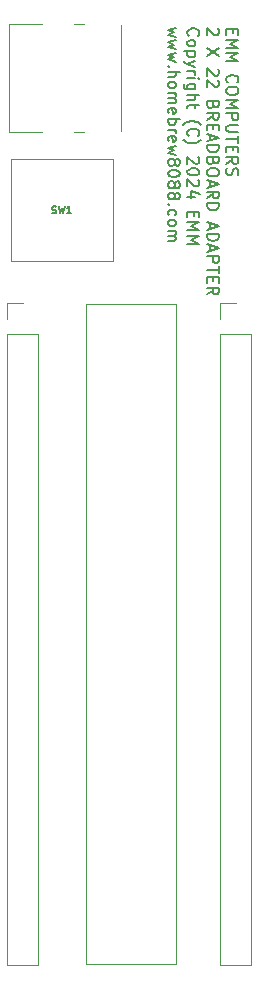
<source format=gbr>
G04 #@! TF.GenerationSoftware,KiCad,Pcbnew,(5.1.8)-1*
G04 #@! TF.CreationDate,2024-04-11T16:50:30-06:00*
G04 #@! TF.ProjectId,Breadboard Adapter,42726561-6462-46f6-9172-642041646170,rev?*
G04 #@! TF.SameCoordinates,Original*
G04 #@! TF.FileFunction,Legend,Top*
G04 #@! TF.FilePolarity,Positive*
%FSLAX46Y46*%
G04 Gerber Fmt 4.6, Leading zero omitted, Abs format (unit mm)*
G04 Created by KiCad (PCBNEW (5.1.8)-1) date 2024-04-11 16:50:30*
%MOMM*%
%LPD*%
G01*
G04 APERTURE LIST*
%ADD10C,0.150000*%
%ADD11C,0.120000*%
G04 APERTURE END LIST*
D10*
X111512428Y-13543595D02*
X111512428Y-13876928D01*
X110988619Y-14019785D02*
X110988619Y-13543595D01*
X111988619Y-13543595D01*
X111988619Y-14019785D01*
X110988619Y-14448357D02*
X111988619Y-14448357D01*
X111274333Y-14781690D01*
X111988619Y-15115023D01*
X110988619Y-15115023D01*
X110988619Y-15591214D02*
X111988619Y-15591214D01*
X111274333Y-15924547D01*
X111988619Y-16257880D01*
X110988619Y-16257880D01*
X111083857Y-18067404D02*
X111036238Y-18019785D01*
X110988619Y-17876928D01*
X110988619Y-17781690D01*
X111036238Y-17638833D01*
X111131476Y-17543595D01*
X111226714Y-17495976D01*
X111417190Y-17448357D01*
X111560047Y-17448357D01*
X111750523Y-17495976D01*
X111845761Y-17543595D01*
X111941000Y-17638833D01*
X111988619Y-17781690D01*
X111988619Y-17876928D01*
X111941000Y-18019785D01*
X111893380Y-18067404D01*
X111988619Y-18686452D02*
X111988619Y-18876928D01*
X111941000Y-18972166D01*
X111845761Y-19067404D01*
X111655285Y-19115023D01*
X111321952Y-19115023D01*
X111131476Y-19067404D01*
X111036238Y-18972166D01*
X110988619Y-18876928D01*
X110988619Y-18686452D01*
X111036238Y-18591214D01*
X111131476Y-18495976D01*
X111321952Y-18448357D01*
X111655285Y-18448357D01*
X111845761Y-18495976D01*
X111941000Y-18591214D01*
X111988619Y-18686452D01*
X110988619Y-19543595D02*
X111988619Y-19543595D01*
X111274333Y-19876928D01*
X111988619Y-20210261D01*
X110988619Y-20210261D01*
X110988619Y-20686452D02*
X111988619Y-20686452D01*
X111988619Y-21067404D01*
X111941000Y-21162642D01*
X111893380Y-21210261D01*
X111798142Y-21257880D01*
X111655285Y-21257880D01*
X111560047Y-21210261D01*
X111512428Y-21162642D01*
X111464809Y-21067404D01*
X111464809Y-20686452D01*
X111988619Y-21686452D02*
X111179095Y-21686452D01*
X111083857Y-21734071D01*
X111036238Y-21781690D01*
X110988619Y-21876928D01*
X110988619Y-22067404D01*
X111036238Y-22162642D01*
X111083857Y-22210261D01*
X111179095Y-22257880D01*
X111988619Y-22257880D01*
X111988619Y-22591214D02*
X111988619Y-23162642D01*
X110988619Y-22876928D02*
X111988619Y-22876928D01*
X111512428Y-23495976D02*
X111512428Y-23829309D01*
X110988619Y-23972166D02*
X110988619Y-23495976D01*
X111988619Y-23495976D01*
X111988619Y-23972166D01*
X110988619Y-24972166D02*
X111464809Y-24638833D01*
X110988619Y-24400738D02*
X111988619Y-24400738D01*
X111988619Y-24781690D01*
X111941000Y-24876928D01*
X111893380Y-24924547D01*
X111798142Y-24972166D01*
X111655285Y-24972166D01*
X111560047Y-24924547D01*
X111512428Y-24876928D01*
X111464809Y-24781690D01*
X111464809Y-24400738D01*
X111036238Y-25353119D02*
X110988619Y-25495976D01*
X110988619Y-25734071D01*
X111036238Y-25829309D01*
X111083857Y-25876928D01*
X111179095Y-25924547D01*
X111274333Y-25924547D01*
X111369571Y-25876928D01*
X111417190Y-25829309D01*
X111464809Y-25734071D01*
X111512428Y-25543595D01*
X111560047Y-25448357D01*
X111607666Y-25400738D01*
X111702904Y-25353119D01*
X111798142Y-25353119D01*
X111893380Y-25400738D01*
X111941000Y-25448357D01*
X111988619Y-25543595D01*
X111988619Y-25781690D01*
X111941000Y-25924547D01*
X110243380Y-13495976D02*
X110291000Y-13543595D01*
X110338619Y-13638833D01*
X110338619Y-13876928D01*
X110291000Y-13972166D01*
X110243380Y-14019785D01*
X110148142Y-14067404D01*
X110052904Y-14067404D01*
X109910047Y-14019785D01*
X109338619Y-13448357D01*
X109338619Y-14067404D01*
X110338619Y-15162642D02*
X109338619Y-15829309D01*
X110338619Y-15829309D02*
X109338619Y-15162642D01*
X110243380Y-16924547D02*
X110291000Y-16972166D01*
X110338619Y-17067404D01*
X110338619Y-17305500D01*
X110291000Y-17400738D01*
X110243380Y-17448357D01*
X110148142Y-17495976D01*
X110052904Y-17495976D01*
X109910047Y-17448357D01*
X109338619Y-16876928D01*
X109338619Y-17495976D01*
X110243380Y-17876928D02*
X110291000Y-17924547D01*
X110338619Y-18019785D01*
X110338619Y-18257880D01*
X110291000Y-18353119D01*
X110243380Y-18400738D01*
X110148142Y-18448357D01*
X110052904Y-18448357D01*
X109910047Y-18400738D01*
X109338619Y-17829309D01*
X109338619Y-18448357D01*
X109862428Y-19972166D02*
X109814809Y-20115023D01*
X109767190Y-20162642D01*
X109671952Y-20210261D01*
X109529095Y-20210261D01*
X109433857Y-20162642D01*
X109386238Y-20115023D01*
X109338619Y-20019785D01*
X109338619Y-19638833D01*
X110338619Y-19638833D01*
X110338619Y-19972166D01*
X110291000Y-20067404D01*
X110243380Y-20115023D01*
X110148142Y-20162642D01*
X110052904Y-20162642D01*
X109957666Y-20115023D01*
X109910047Y-20067404D01*
X109862428Y-19972166D01*
X109862428Y-19638833D01*
X109338619Y-21210261D02*
X109814809Y-20876928D01*
X109338619Y-20638833D02*
X110338619Y-20638833D01*
X110338619Y-21019785D01*
X110291000Y-21115023D01*
X110243380Y-21162642D01*
X110148142Y-21210261D01*
X110005285Y-21210261D01*
X109910047Y-21162642D01*
X109862428Y-21115023D01*
X109814809Y-21019785D01*
X109814809Y-20638833D01*
X109862428Y-21638833D02*
X109862428Y-21972166D01*
X109338619Y-22115023D02*
X109338619Y-21638833D01*
X110338619Y-21638833D01*
X110338619Y-22115023D01*
X109624333Y-22495976D02*
X109624333Y-22972166D01*
X109338619Y-22400738D02*
X110338619Y-22734071D01*
X109338619Y-23067404D01*
X109338619Y-23400738D02*
X110338619Y-23400738D01*
X110338619Y-23638833D01*
X110291000Y-23781690D01*
X110195761Y-23876928D01*
X110100523Y-23924547D01*
X109910047Y-23972166D01*
X109767190Y-23972166D01*
X109576714Y-23924547D01*
X109481476Y-23876928D01*
X109386238Y-23781690D01*
X109338619Y-23638833D01*
X109338619Y-23400738D01*
X109862428Y-24734071D02*
X109814809Y-24876928D01*
X109767190Y-24924547D01*
X109671952Y-24972166D01*
X109529095Y-24972166D01*
X109433857Y-24924547D01*
X109386238Y-24876928D01*
X109338619Y-24781690D01*
X109338619Y-24400738D01*
X110338619Y-24400738D01*
X110338619Y-24734071D01*
X110291000Y-24829309D01*
X110243380Y-24876928D01*
X110148142Y-24924547D01*
X110052904Y-24924547D01*
X109957666Y-24876928D01*
X109910047Y-24829309D01*
X109862428Y-24734071D01*
X109862428Y-24400738D01*
X110338619Y-25591214D02*
X110338619Y-25781690D01*
X110291000Y-25876928D01*
X110195761Y-25972166D01*
X110005285Y-26019785D01*
X109671952Y-26019785D01*
X109481476Y-25972166D01*
X109386238Y-25876928D01*
X109338619Y-25781690D01*
X109338619Y-25591214D01*
X109386238Y-25495976D01*
X109481476Y-25400738D01*
X109671952Y-25353119D01*
X110005285Y-25353119D01*
X110195761Y-25400738D01*
X110291000Y-25495976D01*
X110338619Y-25591214D01*
X109624333Y-26400738D02*
X109624333Y-26876928D01*
X109338619Y-26305500D02*
X110338619Y-26638833D01*
X109338619Y-26972166D01*
X109338619Y-27876928D02*
X109814809Y-27543595D01*
X109338619Y-27305500D02*
X110338619Y-27305500D01*
X110338619Y-27686452D01*
X110291000Y-27781690D01*
X110243380Y-27829309D01*
X110148142Y-27876928D01*
X110005285Y-27876928D01*
X109910047Y-27829309D01*
X109862428Y-27781690D01*
X109814809Y-27686452D01*
X109814809Y-27305500D01*
X109338619Y-28305500D02*
X110338619Y-28305500D01*
X110338619Y-28543595D01*
X110291000Y-28686452D01*
X110195761Y-28781690D01*
X110100523Y-28829309D01*
X109910047Y-28876928D01*
X109767190Y-28876928D01*
X109576714Y-28829309D01*
X109481476Y-28781690D01*
X109386238Y-28686452D01*
X109338619Y-28543595D01*
X109338619Y-28305500D01*
X109624333Y-30019785D02*
X109624333Y-30495976D01*
X109338619Y-29924547D02*
X110338619Y-30257880D01*
X109338619Y-30591214D01*
X109338619Y-30924547D02*
X110338619Y-30924547D01*
X110338619Y-31162642D01*
X110291000Y-31305500D01*
X110195761Y-31400738D01*
X110100523Y-31448357D01*
X109910047Y-31495976D01*
X109767190Y-31495976D01*
X109576714Y-31448357D01*
X109481476Y-31400738D01*
X109386238Y-31305500D01*
X109338619Y-31162642D01*
X109338619Y-30924547D01*
X109624333Y-31876928D02*
X109624333Y-32353119D01*
X109338619Y-31781690D02*
X110338619Y-32115023D01*
X109338619Y-32448357D01*
X109338619Y-32781690D02*
X110338619Y-32781690D01*
X110338619Y-33162642D01*
X110291000Y-33257880D01*
X110243380Y-33305500D01*
X110148142Y-33353119D01*
X110005285Y-33353119D01*
X109910047Y-33305500D01*
X109862428Y-33257880D01*
X109814809Y-33162642D01*
X109814809Y-32781690D01*
X110338619Y-33638833D02*
X110338619Y-34210261D01*
X109338619Y-33924547D02*
X110338619Y-33924547D01*
X109862428Y-34543595D02*
X109862428Y-34876928D01*
X109338619Y-35019785D02*
X109338619Y-34543595D01*
X110338619Y-34543595D01*
X110338619Y-35019785D01*
X109338619Y-36019785D02*
X109814809Y-35686452D01*
X109338619Y-35448357D02*
X110338619Y-35448357D01*
X110338619Y-35829309D01*
X110291000Y-35924547D01*
X110243380Y-35972166D01*
X110148142Y-36019785D01*
X110005285Y-36019785D01*
X109910047Y-35972166D01*
X109862428Y-35924547D01*
X109814809Y-35829309D01*
X109814809Y-35448357D01*
X107783857Y-14115023D02*
X107736238Y-14067404D01*
X107688619Y-13924547D01*
X107688619Y-13829309D01*
X107736238Y-13686452D01*
X107831476Y-13591214D01*
X107926714Y-13543595D01*
X108117190Y-13495976D01*
X108260047Y-13495976D01*
X108450523Y-13543595D01*
X108545761Y-13591214D01*
X108641000Y-13686452D01*
X108688619Y-13829309D01*
X108688619Y-13924547D01*
X108641000Y-14067404D01*
X108593380Y-14115023D01*
X107688619Y-14686452D02*
X107736238Y-14591214D01*
X107783857Y-14543595D01*
X107879095Y-14495976D01*
X108164809Y-14495976D01*
X108260047Y-14543595D01*
X108307666Y-14591214D01*
X108355285Y-14686452D01*
X108355285Y-14829309D01*
X108307666Y-14924547D01*
X108260047Y-14972166D01*
X108164809Y-15019785D01*
X107879095Y-15019785D01*
X107783857Y-14972166D01*
X107736238Y-14924547D01*
X107688619Y-14829309D01*
X107688619Y-14686452D01*
X108355285Y-15448357D02*
X107355285Y-15448357D01*
X108307666Y-15448357D02*
X108355285Y-15543595D01*
X108355285Y-15734071D01*
X108307666Y-15829309D01*
X108260047Y-15876928D01*
X108164809Y-15924547D01*
X107879095Y-15924547D01*
X107783857Y-15876928D01*
X107736238Y-15829309D01*
X107688619Y-15734071D01*
X107688619Y-15543595D01*
X107736238Y-15448357D01*
X108355285Y-16257880D02*
X107688619Y-16495976D01*
X108355285Y-16734071D02*
X107688619Y-16495976D01*
X107450523Y-16400738D01*
X107402904Y-16353119D01*
X107355285Y-16257880D01*
X107688619Y-17115023D02*
X108355285Y-17115023D01*
X108164809Y-17115023D02*
X108260047Y-17162642D01*
X108307666Y-17210261D01*
X108355285Y-17305500D01*
X108355285Y-17400738D01*
X107688619Y-17734071D02*
X108355285Y-17734071D01*
X108688619Y-17734071D02*
X108641000Y-17686452D01*
X108593380Y-17734071D01*
X108641000Y-17781690D01*
X108688619Y-17734071D01*
X108593380Y-17734071D01*
X108355285Y-18638833D02*
X107545761Y-18638833D01*
X107450523Y-18591214D01*
X107402904Y-18543595D01*
X107355285Y-18448357D01*
X107355285Y-18305500D01*
X107402904Y-18210261D01*
X107736238Y-18638833D02*
X107688619Y-18543595D01*
X107688619Y-18353119D01*
X107736238Y-18257880D01*
X107783857Y-18210261D01*
X107879095Y-18162642D01*
X108164809Y-18162642D01*
X108260047Y-18210261D01*
X108307666Y-18257880D01*
X108355285Y-18353119D01*
X108355285Y-18543595D01*
X108307666Y-18638833D01*
X107688619Y-19115023D02*
X108688619Y-19115023D01*
X107688619Y-19543595D02*
X108212428Y-19543595D01*
X108307666Y-19495976D01*
X108355285Y-19400738D01*
X108355285Y-19257880D01*
X108307666Y-19162642D01*
X108260047Y-19115023D01*
X108355285Y-19876928D02*
X108355285Y-20257880D01*
X108688619Y-20019785D02*
X107831476Y-20019785D01*
X107736238Y-20067404D01*
X107688619Y-20162642D01*
X107688619Y-20257880D01*
X107307666Y-21638833D02*
X107355285Y-21591214D01*
X107498142Y-21495976D01*
X107593380Y-21448357D01*
X107736238Y-21400738D01*
X107974333Y-21353119D01*
X108164809Y-21353119D01*
X108402904Y-21400738D01*
X108545761Y-21448357D01*
X108641000Y-21495976D01*
X108783857Y-21591214D01*
X108831476Y-21638833D01*
X107783857Y-22591214D02*
X107736238Y-22543595D01*
X107688619Y-22400738D01*
X107688619Y-22305500D01*
X107736238Y-22162642D01*
X107831476Y-22067404D01*
X107926714Y-22019785D01*
X108117190Y-21972166D01*
X108260047Y-21972166D01*
X108450523Y-22019785D01*
X108545761Y-22067404D01*
X108641000Y-22162642D01*
X108688619Y-22305500D01*
X108688619Y-22400738D01*
X108641000Y-22543595D01*
X108593380Y-22591214D01*
X107307666Y-22924547D02*
X107355285Y-22972166D01*
X107498142Y-23067404D01*
X107593380Y-23115023D01*
X107736238Y-23162642D01*
X107974333Y-23210261D01*
X108164809Y-23210261D01*
X108402904Y-23162642D01*
X108545761Y-23115023D01*
X108641000Y-23067404D01*
X108783857Y-22972166D01*
X108831476Y-22924547D01*
X108593380Y-24400738D02*
X108641000Y-24448357D01*
X108688619Y-24543595D01*
X108688619Y-24781690D01*
X108641000Y-24876928D01*
X108593380Y-24924547D01*
X108498142Y-24972166D01*
X108402904Y-24972166D01*
X108260047Y-24924547D01*
X107688619Y-24353119D01*
X107688619Y-24972166D01*
X108688619Y-25591214D02*
X108688619Y-25686452D01*
X108641000Y-25781690D01*
X108593380Y-25829309D01*
X108498142Y-25876928D01*
X108307666Y-25924547D01*
X108069571Y-25924547D01*
X107879095Y-25876928D01*
X107783857Y-25829309D01*
X107736238Y-25781690D01*
X107688619Y-25686452D01*
X107688619Y-25591214D01*
X107736238Y-25495976D01*
X107783857Y-25448357D01*
X107879095Y-25400738D01*
X108069571Y-25353119D01*
X108307666Y-25353119D01*
X108498142Y-25400738D01*
X108593380Y-25448357D01*
X108641000Y-25495976D01*
X108688619Y-25591214D01*
X108593380Y-26305500D02*
X108641000Y-26353119D01*
X108688619Y-26448357D01*
X108688619Y-26686452D01*
X108641000Y-26781690D01*
X108593380Y-26829309D01*
X108498142Y-26876928D01*
X108402904Y-26876928D01*
X108260047Y-26829309D01*
X107688619Y-26257880D01*
X107688619Y-26876928D01*
X108355285Y-27734071D02*
X107688619Y-27734071D01*
X108736238Y-27495976D02*
X108021952Y-27257880D01*
X108021952Y-27876928D01*
X108212428Y-29019785D02*
X108212428Y-29353119D01*
X107688619Y-29495976D02*
X107688619Y-29019785D01*
X108688619Y-29019785D01*
X108688619Y-29495976D01*
X107688619Y-29924547D02*
X108688619Y-29924547D01*
X107974333Y-30257880D01*
X108688619Y-30591214D01*
X107688619Y-30591214D01*
X107688619Y-31067404D02*
X108688619Y-31067404D01*
X107974333Y-31400738D01*
X108688619Y-31734071D01*
X107688619Y-31734071D01*
X106705285Y-13448357D02*
X106038619Y-13638833D01*
X106514809Y-13829309D01*
X106038619Y-14019785D01*
X106705285Y-14210261D01*
X106705285Y-14495976D02*
X106038619Y-14686452D01*
X106514809Y-14876928D01*
X106038619Y-15067404D01*
X106705285Y-15257880D01*
X106705285Y-15543595D02*
X106038619Y-15734071D01*
X106514809Y-15924547D01*
X106038619Y-16115023D01*
X106705285Y-16305500D01*
X106133857Y-16686452D02*
X106086238Y-16734071D01*
X106038619Y-16686452D01*
X106086238Y-16638833D01*
X106133857Y-16686452D01*
X106038619Y-16686452D01*
X106038619Y-17162642D02*
X107038619Y-17162642D01*
X106038619Y-17591214D02*
X106562428Y-17591214D01*
X106657666Y-17543595D01*
X106705285Y-17448357D01*
X106705285Y-17305500D01*
X106657666Y-17210261D01*
X106610047Y-17162642D01*
X106038619Y-18210261D02*
X106086238Y-18115023D01*
X106133857Y-18067404D01*
X106229095Y-18019785D01*
X106514809Y-18019785D01*
X106610047Y-18067404D01*
X106657666Y-18115023D01*
X106705285Y-18210261D01*
X106705285Y-18353119D01*
X106657666Y-18448357D01*
X106610047Y-18495976D01*
X106514809Y-18543595D01*
X106229095Y-18543595D01*
X106133857Y-18495976D01*
X106086238Y-18448357D01*
X106038619Y-18353119D01*
X106038619Y-18210261D01*
X106038619Y-18972166D02*
X106705285Y-18972166D01*
X106610047Y-18972166D02*
X106657666Y-19019785D01*
X106705285Y-19115023D01*
X106705285Y-19257880D01*
X106657666Y-19353119D01*
X106562428Y-19400738D01*
X106038619Y-19400738D01*
X106562428Y-19400738D02*
X106657666Y-19448357D01*
X106705285Y-19543595D01*
X106705285Y-19686452D01*
X106657666Y-19781690D01*
X106562428Y-19829309D01*
X106038619Y-19829309D01*
X106086238Y-20686452D02*
X106038619Y-20591214D01*
X106038619Y-20400738D01*
X106086238Y-20305500D01*
X106181476Y-20257880D01*
X106562428Y-20257880D01*
X106657666Y-20305500D01*
X106705285Y-20400738D01*
X106705285Y-20591214D01*
X106657666Y-20686452D01*
X106562428Y-20734071D01*
X106467190Y-20734071D01*
X106371952Y-20257880D01*
X106038619Y-21162642D02*
X107038619Y-21162642D01*
X106657666Y-21162642D02*
X106705285Y-21257880D01*
X106705285Y-21448357D01*
X106657666Y-21543595D01*
X106610047Y-21591214D01*
X106514809Y-21638833D01*
X106229095Y-21638833D01*
X106133857Y-21591214D01*
X106086238Y-21543595D01*
X106038619Y-21448357D01*
X106038619Y-21257880D01*
X106086238Y-21162642D01*
X106038619Y-22067404D02*
X106705285Y-22067404D01*
X106514809Y-22067404D02*
X106610047Y-22115023D01*
X106657666Y-22162642D01*
X106705285Y-22257880D01*
X106705285Y-22353119D01*
X106086238Y-23067404D02*
X106038619Y-22972166D01*
X106038619Y-22781690D01*
X106086238Y-22686452D01*
X106181476Y-22638833D01*
X106562428Y-22638833D01*
X106657666Y-22686452D01*
X106705285Y-22781690D01*
X106705285Y-22972166D01*
X106657666Y-23067404D01*
X106562428Y-23115023D01*
X106467190Y-23115023D01*
X106371952Y-22638833D01*
X106705285Y-23448357D02*
X106038619Y-23638833D01*
X106514809Y-23829309D01*
X106038619Y-24019785D01*
X106705285Y-24210261D01*
X106610047Y-24734071D02*
X106657666Y-24638833D01*
X106705285Y-24591214D01*
X106800523Y-24543595D01*
X106848142Y-24543595D01*
X106943380Y-24591214D01*
X106991000Y-24638833D01*
X107038619Y-24734071D01*
X107038619Y-24924547D01*
X106991000Y-25019785D01*
X106943380Y-25067404D01*
X106848142Y-25115023D01*
X106800523Y-25115023D01*
X106705285Y-25067404D01*
X106657666Y-25019785D01*
X106610047Y-24924547D01*
X106610047Y-24734071D01*
X106562428Y-24638833D01*
X106514809Y-24591214D01*
X106419571Y-24543595D01*
X106229095Y-24543595D01*
X106133857Y-24591214D01*
X106086238Y-24638833D01*
X106038619Y-24734071D01*
X106038619Y-24924547D01*
X106086238Y-25019785D01*
X106133857Y-25067404D01*
X106229095Y-25115023D01*
X106419571Y-25115023D01*
X106514809Y-25067404D01*
X106562428Y-25019785D01*
X106610047Y-24924547D01*
X107038619Y-25734071D02*
X107038619Y-25829309D01*
X106991000Y-25924547D01*
X106943380Y-25972166D01*
X106848142Y-26019785D01*
X106657666Y-26067404D01*
X106419571Y-26067404D01*
X106229095Y-26019785D01*
X106133857Y-25972166D01*
X106086238Y-25924547D01*
X106038619Y-25829309D01*
X106038619Y-25734071D01*
X106086238Y-25638833D01*
X106133857Y-25591214D01*
X106229095Y-25543595D01*
X106419571Y-25495976D01*
X106657666Y-25495976D01*
X106848142Y-25543595D01*
X106943380Y-25591214D01*
X106991000Y-25638833D01*
X107038619Y-25734071D01*
X106610047Y-26638833D02*
X106657666Y-26543595D01*
X106705285Y-26495976D01*
X106800523Y-26448357D01*
X106848142Y-26448357D01*
X106943380Y-26495976D01*
X106991000Y-26543595D01*
X107038619Y-26638833D01*
X107038619Y-26829309D01*
X106991000Y-26924547D01*
X106943380Y-26972166D01*
X106848142Y-27019785D01*
X106800523Y-27019785D01*
X106705285Y-26972166D01*
X106657666Y-26924547D01*
X106610047Y-26829309D01*
X106610047Y-26638833D01*
X106562428Y-26543595D01*
X106514809Y-26495976D01*
X106419571Y-26448357D01*
X106229095Y-26448357D01*
X106133857Y-26495976D01*
X106086238Y-26543595D01*
X106038619Y-26638833D01*
X106038619Y-26829309D01*
X106086238Y-26924547D01*
X106133857Y-26972166D01*
X106229095Y-27019785D01*
X106419571Y-27019785D01*
X106514809Y-26972166D01*
X106562428Y-26924547D01*
X106610047Y-26829309D01*
X106610047Y-27591214D02*
X106657666Y-27495976D01*
X106705285Y-27448357D01*
X106800523Y-27400738D01*
X106848142Y-27400738D01*
X106943380Y-27448357D01*
X106991000Y-27495976D01*
X107038619Y-27591214D01*
X107038619Y-27781690D01*
X106991000Y-27876928D01*
X106943380Y-27924547D01*
X106848142Y-27972166D01*
X106800523Y-27972166D01*
X106705285Y-27924547D01*
X106657666Y-27876928D01*
X106610047Y-27781690D01*
X106610047Y-27591214D01*
X106562428Y-27495976D01*
X106514809Y-27448357D01*
X106419571Y-27400738D01*
X106229095Y-27400738D01*
X106133857Y-27448357D01*
X106086238Y-27495976D01*
X106038619Y-27591214D01*
X106038619Y-27781690D01*
X106086238Y-27876928D01*
X106133857Y-27924547D01*
X106229095Y-27972166D01*
X106419571Y-27972166D01*
X106514809Y-27924547D01*
X106562428Y-27876928D01*
X106610047Y-27781690D01*
X106133857Y-28400738D02*
X106086238Y-28448357D01*
X106038619Y-28400738D01*
X106086238Y-28353119D01*
X106133857Y-28400738D01*
X106038619Y-28400738D01*
X106086238Y-29305500D02*
X106038619Y-29210261D01*
X106038619Y-29019785D01*
X106086238Y-28924547D01*
X106133857Y-28876928D01*
X106229095Y-28829309D01*
X106514809Y-28829309D01*
X106610047Y-28876928D01*
X106657666Y-28924547D01*
X106705285Y-29019785D01*
X106705285Y-29210261D01*
X106657666Y-29305500D01*
X106038619Y-29876928D02*
X106086238Y-29781690D01*
X106133857Y-29734071D01*
X106229095Y-29686452D01*
X106514809Y-29686452D01*
X106610047Y-29734071D01*
X106657666Y-29781690D01*
X106705285Y-29876928D01*
X106705285Y-30019785D01*
X106657666Y-30115023D01*
X106610047Y-30162642D01*
X106514809Y-30210261D01*
X106229095Y-30210261D01*
X106133857Y-30162642D01*
X106086238Y-30115023D01*
X106038619Y-30019785D01*
X106038619Y-29876928D01*
X106038619Y-30638833D02*
X106705285Y-30638833D01*
X106610047Y-30638833D02*
X106657666Y-30686452D01*
X106705285Y-30781690D01*
X106705285Y-30924547D01*
X106657666Y-31019785D01*
X106562428Y-31067404D01*
X106038619Y-31067404D01*
X106562428Y-31067404D02*
X106657666Y-31115023D01*
X106705285Y-31210261D01*
X106705285Y-31353119D01*
X106657666Y-31448357D01*
X106562428Y-31495976D01*
X106038619Y-31495976D01*
D11*
G04 #@! TO.C,J1*
X99060000Y-92710000D02*
X106680000Y-92710000D01*
X106680000Y-36830000D02*
X99060000Y-36830000D01*
X99060000Y-92710000D02*
X99060000Y-36830000D01*
X106680000Y-36830000D02*
X106680000Y-92710000D01*
G04 #@! TO.C,J4*
X110430000Y-36770000D02*
X111760000Y-36770000D01*
X110430000Y-38100000D02*
X110430000Y-36770000D01*
X110430000Y-39370000D02*
X113090000Y-39370000D01*
X113090000Y-39370000D02*
X113090000Y-92770000D01*
X110430000Y-39370000D02*
X110430000Y-92770000D01*
X110430000Y-92770000D02*
X113090000Y-92770000D01*
G04 #@! TO.C,J3*
X92396000Y-36770000D02*
X93726000Y-36770000D01*
X92396000Y-38100000D02*
X92396000Y-36770000D01*
X92396000Y-39370000D02*
X95056000Y-39370000D01*
X95056000Y-39370000D02*
X95056000Y-92770000D01*
X92396000Y-39370000D02*
X92396000Y-92770000D01*
X92396000Y-92770000D02*
X95056000Y-92770000D01*
G04 #@! TO.C,SW1*
X92710000Y-24558000D02*
X101346000Y-24558000D01*
X101346000Y-33194000D02*
X92710000Y-33194000D01*
X92710000Y-33194000D02*
X92710000Y-24558000D01*
X101346000Y-33194000D02*
X101346000Y-24558000D01*
G04 #@! TO.C,J2*
X92616000Y-13112000D02*
X92616000Y-22302000D01*
X102026000Y-13232000D02*
X102026000Y-22182000D01*
X95346000Y-22302000D02*
X92616000Y-22302000D01*
X95346000Y-13112000D02*
X92616000Y-13112000D01*
X98946000Y-22302000D02*
X98046000Y-22302000D01*
X98946000Y-13112000D02*
X98046000Y-13112000D01*
G04 #@! TO.C,SW1*
D10*
X96228000Y-29118857D02*
X96313714Y-29147428D01*
X96456571Y-29147428D01*
X96513714Y-29118857D01*
X96542285Y-29090285D01*
X96570857Y-29033142D01*
X96570857Y-28976000D01*
X96542285Y-28918857D01*
X96513714Y-28890285D01*
X96456571Y-28861714D01*
X96342285Y-28833142D01*
X96285142Y-28804571D01*
X96256571Y-28776000D01*
X96228000Y-28718857D01*
X96228000Y-28661714D01*
X96256571Y-28604571D01*
X96285142Y-28576000D01*
X96342285Y-28547428D01*
X96485142Y-28547428D01*
X96570857Y-28576000D01*
X96770857Y-28547428D02*
X96913714Y-29147428D01*
X97028000Y-28718857D01*
X97142285Y-29147428D01*
X97285142Y-28547428D01*
X97828000Y-29147428D02*
X97485142Y-29147428D01*
X97656571Y-29147428D02*
X97656571Y-28547428D01*
X97599428Y-28633142D01*
X97542285Y-28690285D01*
X97485142Y-28718857D01*
G04 #@! TD*
M02*

</source>
